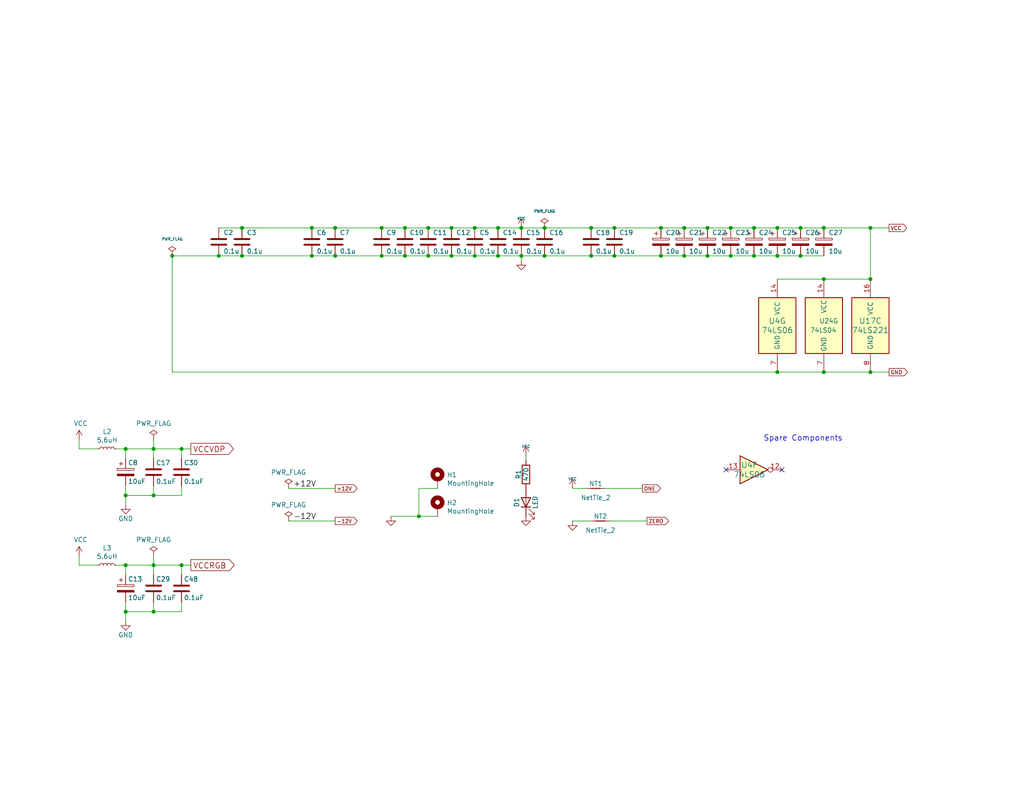
<source format=kicad_sch>
(kicad_sch (version 20211123) (generator eeschema)
  (paper "A")
  (lib_symbols
    (symbol "74xx:74LS04"
      (property "Reference" "U" (at 0 1.27 0))
      (property "Value" "74LS04" (at 0 -1.27 0))
      (symbol "74LS04_1_0"
        (polyline (pts (xy -3.81 3.81) (xy -3.81 -3.81) (xy 3.81 0) (xy -3.81 3.81)) (stroke (width 0.254)) (fill (type background)))
        (pin input line (at -7.62 0 0) (length 3.81) (name "~") (number "1"))
        (pin output inverted (at 7.62 0 180) (length 3.81) (name "~") (number "2"))
      )
      (symbol "74LS04_2_0"
        (polyline (pts (xy -3.81 3.81) (xy -3.81 -3.81) (xy 3.81 0) (xy -3.81 3.81)) (stroke (width 0.254)) (fill (type background)))
        (pin input line (at -7.62 0 0) (length 3.81) (name "~") (number "3"))
        (pin output inverted (at 7.62 0 180) (length 3.81) (name "~") (number "4"))
      )
      (symbol "74LS04_3_0"
        (polyline (pts (xy -3.81 3.81) (xy -3.81 -3.81) (xy 3.81 0) (xy -3.81 3.81)) (stroke (width 0.254)) (fill (type background)))
        (pin input line (at -7.62 0 0) (length 3.81) (name "~") (number "5"))
        (pin output inverted (at 7.62 0 180) (length 3.81) (name "~") (number "6"))
      )
      (symbol "74LS04_4_0"
        (polyline (pts (xy -3.81 3.81) (xy -3.81 -3.81) (xy 3.81 0) (xy -3.81 3.81)) (stroke (width 0.254)) (fill (type background)))
        (pin output inverted (at 7.62 0 180) (length 3.81) (name "~") (number "8"))
        (pin input line (at -7.62 0 0) (length 3.81) (name "~") (number "9"))
      )
      (symbol "74LS04_5_0"
        (polyline (pts (xy -3.81 3.81) (xy -3.81 -3.81) (xy 3.81 0) (xy -3.81 3.81)) (stroke (width 0.254)) (fill (type background)))
        (pin output inverted (at 7.62 0 180) (length 3.81) (name "~") (number "10"))
        (pin input line (at -7.62 0 0) (length 3.81) (name "~") (number "11"))
      )
      (symbol "74LS04_6_0"
        (polyline (pts (xy -3.81 3.81) (xy -3.81 -3.81) (xy 3.81 0) (xy -3.81 3.81)) (stroke (width 0.254)) (fill (type background)))
        (pin output inverted (at 7.62 0 180) (length 3.81) (name "~") (number "12"))
        (pin input line (at -7.62 0 0) (length 3.81) (name "~") (number "13"))
      )
      (symbol "74LS04_7_0"
        (pin power_in line (at 0 12.7 270) (length 5.08) (name "VCC") (number "14"))
        (pin power_in line (at 0 -12.7 90) (length 5.08) (name "GND") (number "7"))
      )
      (symbol "74LS04_7_1"
        (rectangle (start -5.08 7.62) (end 5.08 -7.62) (stroke (width 0.254)) (fill (type background)))
      )
    )
    (symbol "74xx:74LS06" (pin_names (offset 1.016))
      (property "Reference" "U" (at 0 1.27 0))
      (property "Value" "74LS06" (at 0 -1.27 0))
      (symbol "74LS06_1_0"
        (polyline (pts (xy -3.81 3.81) (xy -3.81 -3.81) (xy 3.81 0) (xy -3.81 3.81)) (stroke (width 0.254)) (fill (type background)))
        (pin input line (at -7.62 0 0) (length 3.81) (name "~") (number "1"))
        (pin open_collector inverted (at 7.62 0 180) (length 3.81) (name "~") (number "2"))
      )
      (symbol "74LS06_2_0"
        (polyline (pts (xy -3.81 3.81) (xy -3.81 -3.81) (xy 3.81 0) (xy -3.81 3.81)) (stroke (width 0.254)) (fill (type background)))
        (pin input line (at -7.62 0 0) (length 3.81) (name "~") (number "3"))
        (pin open_collector inverted (at 7.62 0 180) (length 3.81) (name "~") (number "4"))
      )
      (symbol "74LS06_3_0"
        (polyline (pts (xy -3.81 3.81) (xy -3.81 -3.81) (xy 3.81 0) (xy -3.81 3.81)) (stroke (width 0.254)) (fill (type background)))
        (pin input line (at -7.62 0 0) (length 3.81) (name "~") (number "5"))
        (pin open_collector inverted (at 7.62 0 180) (length 3.81) (name "~") (number "6"))
      )
      (symbol "74LS06_4_0"
        (polyline (pts (xy -3.81 3.81) (xy -3.81 -3.81) (xy 3.81 0) (xy -3.81 3.81)) (stroke (width 0.254)) (fill (type background)))
        (pin open_collector inverted (at 7.62 0 180) (length 3.81) (name "~") (number "8"))
        (pin input line (at -7.62 0 0) (length 3.81) (name "~") (number "9"))
      )
      (symbol "74LS06_5_0"
        (polyline (pts (xy -3.81 3.81) (xy -3.81 -3.81) (xy 3.81 0) (xy -3.81 3.81)) (stroke (width 0.254)) (fill (type background)))
        (pin open_collector inverted (at 7.62 0 180) (length 3.81) (name "~") (number "10"))
        (pin input line (at -7.62 0 0) (length 3.81) (name "~") (number "11"))
      )
      (symbol "74LS06_6_0"
        (polyline (pts (xy -3.81 3.81) (xy -3.81 -3.81) (xy 3.81 0) (xy -3.81 3.81)) (stroke (width 0.254)) (fill (type background)))
        (pin open_collector inverted (at 7.62 0 180) (length 3.81) (name "~") (number "12"))
        (pin input line (at -7.62 0 0) (length 3.81) (name "~") (number "13"))
      )
      (symbol "74LS06_7_0"
        (pin power_in line (at 0 12.7 270) (length 5.08) (name "VCC") (number "14"))
        (pin power_in line (at 0 -12.7 90) (length 5.08) (name "GND") (number "7"))
      )
      (symbol "74LS06_7_1"
        (rectangle (start -5.08 7.62) (end 5.08 -7.62) (stroke (width 0.254)) (fill (type background)))
      )
    )
    (symbol "74xx:74LS221" (pin_names (offset 1.016))
      (property "Reference" "U" (at -7.62 8.89 0))
      (property "Value" "74LS221" (at -7.62 -8.89 0))
      (symbol "74LS221_1_0"
        (pin input line (at -12.7 5.08 0) (length 5.08) (name "~{A}") (number "1"))
        (pin output line (at 12.7 5.08 180) (length 5.08) (name "Q") (number "13"))
        (pin input line (at 0 12.7 270) (length 5.08) (name "Cext") (number "14"))
        (pin input line (at 2.54 12.7 270) (length 5.08) (name "RCext") (number "15"))
        (pin input line (at -12.7 2.54 0) (length 5.08) (name "B") (number "2"))
        (pin input line (at -12.7 -2.54 0) (length 5.08) (name "~{CLR}") (number "3"))
        (pin output line (at 12.7 -5.08 180) (length 5.08) (name "~{Q}") (number "4"))
      )
      (symbol "74LS221_1_1"
        (rectangle (start -7.62 7.62) (end 7.62 -7.62) (stroke (width 0.254)) (fill (type background)))
      )
      (symbol "74LS221_2_0"
        (pin input line (at -12.7 2.54 0) (length 5.08) (name "B") (number "10"))
        (pin input line (at -12.7 -2.54 0) (length 5.08) (name "~{CLR}") (number "11"))
        (pin output line (at 12.7 -5.08 180) (length 5.08) (name "~{Q}") (number "12"))
        (pin output line (at 12.7 5.08 180) (length 5.08) (name "Q") (number "5"))
        (pin input line (at 0 12.7 270) (length 5.08) (name "Cext") (number "6"))
        (pin input line (at 2.54 12.7 270) (length 5.08) (name "RCext") (number "7"))
        (pin input line (at -12.7 5.08 0) (length 5.08) (name "~{A}") (number "9"))
      )
      (symbol "74LS221_2_1"
        (rectangle (start -7.62 7.62) (end 7.62 -7.62) (stroke (width 0.254)) (fill (type background)))
      )
      (symbol "74LS221_3_0"
        (pin power_in line (at 0 12.7 270) (length 5.08) (name "VCC") (number "16"))
        (pin power_in line (at 0 -12.7 90) (length 5.08) (name "GND") (number "8"))
      )
      (symbol "74LS221_3_1"
        (rectangle (start -5.08 7.62) (end 5.08 -7.62) (stroke (width 0.254)) (fill (type background)))
      )
    )
    (symbol "Device:C" (pin_numbers hide) (pin_names (offset 0.254))
      (property "Reference" "C" (at 0.635 2.54 0))
      (property "Value" "C" (at 0.635 -2.54 0))
      (symbol "C_0_1"
        (polyline (pts (xy -2.032 -0.762) (xy 2.032 -0.762)) (stroke (width 0.508)))
        (polyline (pts (xy -2.032 0.762) (xy 2.032 0.762)) (stroke (width 0.508)))
      )
      (symbol "C_1_1"
        (pin passive line (at 0 3.81 270) (length 2.794) (name "~") (number "1"))
        (pin passive line (at 0 -3.81 90) (length 2.794) (name "~") (number "2"))
      )
    )
    (symbol "Device:C_Polarized" (pin_numbers hide) (pin_names (offset 0.254))
      (property "Reference" "C" (at 0.635 2.54 0))
      (property "Value" "C_Polarized" (at 0.635 -2.54 0))
      (symbol "C_Polarized_0_1"
        (rectangle (start -2.286 0.508) (end 2.286 1.016))
        (polyline (pts (xy -1.778 2.286) (xy -0.762 2.286)))
        (polyline (pts (xy -1.27 2.794) (xy -1.27 1.778)))
        (rectangle (start 2.286 -0.508) (end -2.286 -1.016) (fill (type outline)))
      )
      (symbol "C_Polarized_1_1"
        (pin passive line (at 0 3.81 270) (length 2.794) (name "~") (number "1"))
        (pin passive line (at 0 -3.81 90) (length 2.794) (name "~") (number "2"))
      )
    )
    (symbol "Device:LED" (pin_numbers hide) (pin_names (offset 1.016) hide)
      (property "Reference" "D" (at 0 2.54 0))
      (property "Value" "LED" (at 0 -2.54 0))
      (symbol "LED_0_1"
        (polyline (pts (xy -1.27 -1.27) (xy -1.27 1.27)) (stroke (width 0.254)))
        (polyline (pts (xy -1.27 0) (xy 1.27 0)))
        (polyline (pts (xy 1.27 -1.27) (xy 1.27 1.27) (xy -1.27 0) (xy 1.27 -1.27)) (stroke (width 0.254)))
        (polyline (pts (xy -3.048 -0.762) (xy -4.572 -2.286) (xy -3.81 -2.286) (xy -4.572 -2.286) (xy -4.572 -1.524)))
        (polyline (pts (xy -1.778 -0.762) (xy -3.302 -2.286) (xy -2.54 -2.286) (xy -3.302 -2.286) (xy -3.302 -1.524)))
      )
      (symbol "LED_1_1"
        (pin passive line (at -3.81 0 0) (length 2.54) (name "K") (number "1"))
        (pin passive line (at 3.81 0 180) (length 2.54) (name "A") (number "2"))
      )
    )
    (symbol "Device:L_Small" (pin_numbers hide) (pin_names (offset 0.254) hide)
      (property "Reference" "L" (at 0.762 1.016 0))
      (property "Value" "L_Small" (at 0.762 -1.016 0))
      (symbol "L_Small_0_1"
        (arc (start 0 -2.032) (mid 0.508 -1.524) (end 0 -1.016))
        (arc (start 0 -1.016) (mid 0.508 -0.508) (end 0 0))
        (arc (start 0 0) (mid 0.508 0.508) (end 0 1.016))
        (arc (start 0 1.016) (mid 0.508 1.524) (end 0 2.032))
      )
      (symbol "L_Small_1_1"
        (pin passive line (at 0 2.54 270) (length 0.508) (name "~") (number "1"))
        (pin passive line (at 0 -2.54 90) (length 0.508) (name "~") (number "2"))
      )
    )
    (symbol "Device:NetTie_2" (pin_numbers hide) (pin_names (offset 0) hide) (in_bom no)
      (property "Reference" "NT" (at 0 1.27 0))
      (property "Value" "NetTie_2" (at 0 -1.27 0))
      (symbol "NetTie_2_0_1"
        (polyline (pts (xy -1.27 0) (xy 1.27 0)) (stroke (width 0.254)))
      )
      (symbol "NetTie_2_1_1"
        (pin passive line (at -2.54 0 0) (length 2.54) (name "1") (number "1"))
        (pin passive line (at 2.54 0 180) (length 2.54) (name "2") (number "2"))
      )
    )
    (symbol "Device:R" (pin_numbers hide) (pin_names (offset 0))
      (property "Reference" "R" (at 2.032 0 90))
      (property "Value" "R" (at 0 0 90))
      (symbol "R_0_1"
        (rectangle (start -1.016 -2.54) (end 1.016 2.54) (stroke (width 0.254)))
      )
      (symbol "R_1_1"
        (pin passive line (at 0 3.81 270) (length 1.27) (name "~") (number "1"))
        (pin passive line (at 0 -3.81 90) (length 1.27) (name "~") (number "2"))
      )
    )
    (symbol "Mechanical:MountingHole_Pad" (pin_numbers hide) (pin_names (offset 1.016) hide)
      (property "Reference" "H" (at 0 6.35 0))
      (property "Value" "MountingHole_Pad" (at 0 4.445 0))
      (symbol "MountingHole_Pad_0_1"
        (circle (center 0 1.27) (radius 1.27) (stroke (width 1.27)))
      )
      (symbol "MountingHole_Pad_1_1"
        (pin input line (at 0 -2.54 90) (length 2.54) (name "1") (number "1"))
      )
    )
    (symbol "power:GND" (power) (pin_names (offset 0))
      (property "Value" "GND" (at 0 -3.81 0))
      (symbol "GND_0_1"
        (polyline (pts (xy 0 0) (xy 0 -1.27) (xy 1.27 -1.27) (xy 0 -2.54) (xy -1.27 -1.27) (xy 0 -1.27)))
      )
      (symbol "GND_1_1"
        (pin power_in line (at 0 0 270) (length 0) hide (name "GND") (number "1"))
      )
    )
    (symbol "power:PWR_FLAG" (power) (pin_numbers hide) (pin_names (offset 0) hide)
      (property "Value" "PWR_FLAG" (at 0 3.81 0))
      (symbol "PWR_FLAG_0_0"
        (pin power_out line (at 0 0 90) (length 0) (name "pwr") (number "1"))
      )
      (symbol "PWR_FLAG_0_1"
        (polyline (pts (xy 0 0) (xy 0 1.27) (xy -1.016 1.905) (xy 0 2.54) (xy 1.016 1.905) (xy 0 1.27)))
      )
    )
    (symbol "power:VCC" (power) (pin_names (offset 0))
      (property "Value" "VCC" (at 0 3.81 0))
      (symbol "VCC_0_1"
        (polyline (pts (xy -0.762 1.27) (xy 0 2.54)))
        (polyline (pts (xy 0 0) (xy 0 2.54)))
        (polyline (pts (xy 0 2.54) (xy 0.762 1.27)))
      )
      (symbol "VCC_1_1"
        (pin power_in line (at 0 0 90) (length 0) hide (name "VCC") (number "1"))
      )
    )
  )
  (junction (at 212.09 62.23))
  (junction (at 34.29 154.305))
  (junction (at 180.34 69.85))
  (junction (at 49.53 154.305))
  (junction (at 218.44 69.85))
  (junction (at 66.04 62.23))
  (junction (at 41.91 135.255))
  (junction (at 167.64 62.23))
  (junction (at 224.79 62.23))
  (junction (at 116.84 62.23))
  (junction (at 142.24 62.23))
  (junction (at 91.44 62.23))
  (junction (at 142.24 69.85))
  (junction (at 224.79 101.6))
  (junction (at 212.09 101.6))
  (junction (at 161.29 62.23))
  (junction (at 224.79 76.2))
  (junction (at 186.69 62.23))
  (junction (at 91.44 69.85))
  (junction (at 135.89 62.23))
  (junction (at 148.59 62.23))
  (junction (at 148.59 69.85))
  (junction (at 199.39 69.85))
  (junction (at 135.89 69.85))
  (junction (at 180.34 62.23))
  (junction (at 104.14 62.23))
  (junction (at 66.04 69.85))
  (junction (at 199.39 62.23))
  (junction (at 116.84 69.85))
  (junction (at 114.3 140.97))
  (junction (at 34.29 167.005))
  (junction (at 46.99 69.85))
  (junction (at 110.49 62.23))
  (junction (at 41.91 154.305))
  (junction (at 123.19 62.23))
  (junction (at 205.74 69.85))
  (junction (at 129.54 62.23))
  (junction (at 110.49 69.85))
  (junction (at 104.14 69.85))
  (junction (at 218.44 62.23))
  (junction (at 237.49 62.23))
  (junction (at 205.74 62.23))
  (junction (at 186.69 69.85))
  (junction (at 85.09 62.23))
  (junction (at 237.49 101.6))
  (junction (at 237.49 76.2))
  (junction (at 167.64 69.85))
  (junction (at 41.91 167.005))
  (junction (at 123.19 69.85))
  (junction (at 34.29 135.255))
  (junction (at 41.91 122.555))
  (junction (at 193.04 62.23))
  (junction (at 212.09 69.85))
  (junction (at 34.29 122.555))
  (junction (at 129.54 69.85))
  (junction (at 85.09 69.85))
  (junction (at 193.04 69.85))
  (junction (at 161.29 69.85))
  (junction (at 59.69 69.85))
  (junction (at 49.53 122.555))
  (no_connect (at 213.36 128.27))
  (no_connect (at 198.12 128.27))
  (wire (pts (xy 41.91 122.555) (xy 49.53 122.555)))
  (wire (pts (xy 49.53 156.845) (xy 49.53 154.305)))
  (wire (pts (xy 49.53 135.255) (xy 49.53 132.715)))
  (wire (pts (xy 161.29 69.85) (xy 167.64 69.85)))
  (wire (pts (xy 142.24 69.85) (xy 148.59 69.85)))
  (wire (pts (xy 156.21 133.35) (xy 160.02 133.35)))
  (wire (pts (xy 224.79 101.6) (xy 237.49 101.6)))
  (wire (pts (xy 49.53 125.095) (xy 49.53 122.555)))
  (wire (pts (xy 205.74 69.85) (xy 212.09 69.85)))
  (wire (pts (xy 49.53 167.005) (xy 41.91 167.005)))
  (wire (pts (xy 119.38 140.97) (xy 114.3 140.97)))
  (wire (pts (xy 31.75 122.555) (xy 34.29 122.555)))
  (wire (pts (xy 212.09 101.6) (xy 224.79 101.6)))
  (wire (pts (xy 78.74 133.35) (xy 91.44 133.35)))
  (wire (pts (xy 91.44 62.23) (xy 104.14 62.23)))
  (wire (pts (xy 224.79 76.2) (xy 237.49 76.2)))
  (wire (pts (xy 156.21 142.24) (xy 161.29 142.24)))
  (wire (pts (xy 193.04 69.85) (xy 199.39 69.85)))
  (wire (pts (xy 161.29 62.23) (xy 167.64 62.23)))
  (wire (pts (xy 34.29 135.255) (xy 34.29 137.795)))
  (wire (pts (xy 180.34 62.23) (xy 186.69 62.23)))
  (wire (pts (xy 186.69 69.85) (xy 193.04 69.85)))
  (wire (pts (xy 49.53 164.465) (xy 49.53 167.005)))
  (wire (pts (xy 199.39 62.23) (xy 205.74 62.23)))
  (wire (pts (xy 34.29 122.555) (xy 34.29 125.095)))
  (wire (pts (xy 135.89 69.85) (xy 142.24 69.85)))
  (wire (pts (xy 49.53 154.305) (xy 52.07 154.305)))
  (wire (pts (xy 148.59 62.23) (xy 161.29 62.23)))
  (wire (pts (xy 91.44 69.85) (xy 104.14 69.85)))
  (wire (pts (xy 34.29 167.005) (xy 34.29 169.545)))
  (wire (pts (xy 46.99 69.85) (xy 59.69 69.85)))
  (wire (pts (xy 41.91 135.255) (xy 41.91 132.715)))
  (wire (pts (xy 167.64 62.23) (xy 180.34 62.23)))
  (wire (pts (xy 34.29 154.305) (xy 41.91 154.305)))
  (wire (pts (xy 142.24 62.23) (xy 148.59 62.23)))
  (wire (pts (xy 237.49 101.6) (xy 242.57 101.6)))
  (wire (pts (xy 41.91 122.555) (xy 41.91 125.095)))
  (wire (pts (xy 123.19 62.23) (xy 129.54 62.23)))
  (wire (pts (xy 21.59 154.305) (xy 21.59 151.765)))
  (wire (pts (xy 41.91 154.305) (xy 41.91 151.765)))
  (wire (pts (xy 26.67 122.555) (xy 21.59 122.555)))
  (wire (pts (xy 110.49 62.23) (xy 116.84 62.23)))
  (wire (pts (xy 78.74 142.24) (xy 91.44 142.24)))
  (wire (pts (xy 199.39 69.85) (xy 205.74 69.85)))
  (wire (pts (xy 129.54 69.85) (xy 135.89 69.85)))
  (wire (pts (xy 212.09 76.2) (xy 224.79 76.2)))
  (wire (pts (xy 218.44 62.23) (xy 224.79 62.23)))
  (wire (pts (xy 237.49 76.2) (xy 237.49 62.23)))
  (wire (pts (xy 31.75 154.305) (xy 34.29 154.305)))
  (wire (pts (xy 34.29 135.255) (xy 41.91 135.255)))
  (wire (pts (xy 66.04 62.23) (xy 59.69 62.23)))
  (wire (pts (xy 212.09 69.85) (xy 218.44 69.85)))
  (wire (pts (xy 41.91 154.305) (xy 41.91 156.845)))
  (wire (pts (xy 41.91 135.255) (xy 49.53 135.255)))
  (wire (pts (xy 66.04 69.85) (xy 85.09 69.85)))
  (wire (pts (xy 34.29 164.465) (xy 34.29 167.005)))
  (wire (pts (xy 34.29 132.715) (xy 34.29 135.255)))
  (wire (pts (xy 49.53 122.555) (xy 52.07 122.555)))
  (wire (pts (xy 41.91 167.005) (xy 41.91 164.465)))
  (wire (pts (xy 218.44 69.85) (xy 224.79 69.85)))
  (wire (pts (xy 193.04 62.23) (xy 199.39 62.23)))
  (wire (pts (xy 46.99 101.6) (xy 212.09 101.6)))
  (wire (pts (xy 116.84 69.85) (xy 123.19 69.85)))
  (wire (pts (xy 237.49 62.23) (xy 242.57 62.23)))
  (wire (pts (xy 165.1 133.35) (xy 175.26 133.35)))
  (wire (pts (xy 91.44 62.23) (xy 85.09 62.23)))
  (wire (pts (xy 119.38 133.35) (xy 114.3 133.35)))
  (wire (pts (xy 142.24 69.85) (xy 142.24 71.12)))
  (wire (pts (xy 66.04 62.23) (xy 85.09 62.23)))
  (wire (pts (xy 41.91 122.555) (xy 41.91 120.015)))
  (wire (pts (xy 41.91 154.305) (xy 49.53 154.305)))
  (wire (pts (xy 21.59 122.555) (xy 21.59 120.015)))
  (wire (pts (xy 46.99 69.85) (xy 46.99 101.6)))
  (wire (pts (xy 123.19 69.85) (xy 129.54 69.85)))
  (wire (pts (xy 34.29 167.005) (xy 41.91 167.005)))
  (wire (pts (xy 34.29 122.555) (xy 41.91 122.555)))
  (wire (pts (xy 143.51 125.73) (xy 143.51 124.46)))
  (wire (pts (xy 186.69 62.23) (xy 193.04 62.23)))
  (wire (pts (xy 167.64 69.85) (xy 180.34 69.85)))
  (wire (pts (xy 104.14 69.85) (xy 110.49 69.85)))
  (wire (pts (xy 34.29 154.305) (xy 34.29 156.845)))
  (wire (pts (xy 212.09 62.23) (xy 218.44 62.23)))
  (wire (pts (xy 129.54 62.23) (xy 135.89 62.23)))
  (wire (pts (xy 110.49 62.23) (xy 104.14 62.23)))
  (wire (pts (xy 166.37 142.24) (xy 176.53 142.24)))
  (wire (pts (xy 205.74 62.23) (xy 212.09 62.23)))
  (wire (pts (xy 116.84 62.23) (xy 123.19 62.23)))
  (wire (pts (xy 114.3 133.35) (xy 114.3 140.97)))
  (wire (pts (xy 110.49 69.85) (xy 116.84 69.85)))
  (wire (pts (xy 180.34 69.85) (xy 186.69 69.85)))
  (wire (pts (xy 135.89 62.23) (xy 142.24 62.23)))
  (wire (pts (xy 59.69 69.85) (xy 66.04 69.85)))
  (wire (pts (xy 26.67 154.305) (xy 21.59 154.305)))
  (wire (pts (xy 85.09 69.85) (xy 91.44 69.85)))
  (wire (pts (xy 224.79 62.23) (xy 237.49 62.23)))
  (wire (pts (xy 148.59 69.85) (xy 161.29 69.85)))
  (wire (pts (xy 114.3 140.97) (xy 106.68 140.97)))
  (text "Spare Components" (at 208.28 120.65 0) (effects (font (size 1.524 1.524)) (justify left bottom)))
  (label "-12V" (at 80.01 142.24 0) (effects (font (size 1.524 1.524))))
  (label "+12V" (at 80.01 133.35 0) (effects (font (size 1.524 1.524))))
  (global_label "VCCRGB" (shape output) (at 52.07 154.305 0) (effects (font (size 1.524 1.524))) (property "Intersheet References" "${INTERSHEET_REFS}" (effects hide)))
  (global_label "ZERO" (shape output) (at 176.53 142.24 0) (effects (font (size 1.016 1.016))) (property "Intersheet References" "${INTERSHEET_REFS}" (effects hide)))
  (global_label "VCCVDP" (shape output) (at 52.07 122.555 0) (effects (font (size 1.524 1.524))) (property "Intersheet References" "${INTERSHEET_REFS}" (effects hide)))
  (global_label "VCC" (shape output) (at 242.57 62.23 0) (effects (font (size 1.016 1.016))) (property "Intersheet References" "${INTERSHEET_REFS}" (effects hide)))
  (global_label "+12V" (shape output) (at 91.44 133.35 0) (effects (font (size 1.016 1.016))) (property "Intersheet References" "${INTERSHEET_REFS}" (effects hide)))
  (global_label "GND" (shape output) (at 242.57 101.6 0) (effects (font (size 1.016 1.016))) (property "Intersheet References" "${INTERSHEET_REFS}" (effects hide)))
  (global_label "-12V" (shape output) (at 91.44 142.24 0) (effects (font (size 1.016 1.016))) (property "Intersheet References" "${INTERSHEET_REFS}" (effects hide)))
  (global_label "ONE" (shape output) (at 175.26 133.35 0) (effects (font (size 1.016 1.016))) (property "Intersheet References" "${INTERSHEET_REFS}" (effects hide)))
  (symbol (lib_id "Device:C_Polarized") (at 224.79 66.04 0) (unit 1)
    (property "Reference" "C27" (at 226.06 63.5 0) (effects (justify left)))
    (property "Value" "10u" (at 226.06 68.58 0) (effects (justify left)))
    (property "Footprint" "Capacitor_THT:CP_Radial_D5.0mm_P2.50mm" (effects hide))
  )
  (symbol (lib_id "power:GND") (at 142.24 71.12 0) (unit 1)
    (property "Reference" "#PWR05" (effects hide))
    (property "Value" "GND" (effects hide))
  )
  (symbol (lib_id "power:VCC") (at 142.24 62.23 0) (unit 1)
    (property "Reference" "#PWR04" (effects hide))
    (property "Value" "VCC" (at 142.24 59.69 0) (effects (font (size 0.762 0.762))))
  )
  (symbol (lib_id "Device:C") (at 104.14 66.04 0) (unit 1)
    (property "Reference" "C9" (at 105.41 63.5 0) (effects (justify left)))
    (property "Value" "0.1u" (at 105.41 68.58 0) (effects (justify left)))
    (property "Footprint" "Capacitor_THT:C_Disc_D5.0mm_W2.5mm_P5.00mm" (effects hide))
  )
  (symbol (lib_id "Device:C") (at 110.49 66.04 0) (unit 1)
    (property "Reference" "C10" (at 111.76 63.5 0) (effects (justify left)))
    (property "Value" "0.1u" (at 111.76 68.58 0) (effects (justify left)))
    (property "Footprint" "Capacitor_THT:C_Disc_D5.0mm_W2.5mm_P5.00mm" (effects hide))
  )
  (symbol (lib_id "Device:C_Polarized") (at 205.74 66.04 0) (unit 1)
    (property "Reference" "C24" (at 207.01 63.5 0) (effects (justify left)))
    (property "Value" "10u" (at 207.01 68.58 0) (effects (justify left)))
    (property "Footprint" "Capacitor_THT:CP_Radial_D5.0mm_P2.50mm" (effects hide))
  )
  (symbol (lib_id "Device:C_Polarized") (at 212.09 66.04 0) (unit 1)
    (property "Reference" "C25" (at 213.36 63.5 0) (effects (justify left)))
    (property "Value" "10u" (at 213.36 68.58 0) (effects (justify left)))
    (property "Footprint" "Capacitor_THT:CP_Radial_D5.0mm_P2.50mm" (effects hide))
  )
  (symbol (lib_id "Device:C") (at 66.04 66.04 0) (unit 1)
    (property "Reference" "C3" (at 67.31 63.5 0) (effects (justify left)))
    (property "Value" "0.1u" (at 67.31 68.58 0) (effects (justify left)))
    (property "Footprint" "Capacitor_THT:C_Disc_D5.0mm_W2.5mm_P5.00mm" (effects hide))
  )
  (symbol (lib_id "power:GND") (at 143.51 140.97 0) (unit 1)
    (property "Reference" "#PWR03" (effects hide))
    (property "Value" "GND" (effects hide))
  )
  (symbol (lib_id "Device:C") (at 91.44 66.04 0) (unit 1)
    (property "Reference" "C7" (at 92.71 63.5 0) (effects (justify left)))
    (property "Value" "0.1u" (at 92.71 68.58 0) (effects (justify left)))
    (property "Footprint" "Capacitor_THT:C_Disc_D5.0mm_W2.5mm_P5.00mm" (effects hide))
  )
  (symbol (lib_id "Device:C_Polarized") (at 218.44 66.04 0) (unit 1)
    (property "Reference" "C26" (at 219.71 63.5 0) (effects (justify left)))
    (property "Value" "10u" (at 219.71 68.58 0) (effects (justify left)))
    (property "Footprint" "Capacitor_THT:CP_Radial_D5.0mm_P2.50mm" (effects hide))
  )
  (symbol (lib_id "Device:C") (at 116.84 66.04 0) (unit 1)
    (property "Reference" "C11" (at 118.11 63.5 0) (effects (justify left)))
    (property "Value" "0.1u" (at 118.11 68.58 0) (effects (justify left)))
    (property "Footprint" "Capacitor_THT:C_Disc_D5.0mm_W2.5mm_P5.00mm" (effects hide))
  )
  (symbol (lib_id "Device:C") (at 123.19 66.04 0) (unit 1)
    (property "Reference" "C12" (at 124.46 63.5 0) (effects (justify left)))
    (property "Value" "0.1u" (at 124.46 68.58 0) (effects (justify left)))
    (property "Footprint" "Capacitor_THT:C_Disc_D5.0mm_W2.5mm_P5.00mm" (effects hide))
  )
  (symbol (lib_id "power:GND") (at 156.21 142.24 0) (unit 1)
    (property "Reference" "#PWR07" (effects hide))
    (property "Value" "GND" (effects hide))
  )
  (symbol (lib_id "power:GND") (at 106.68 140.97 0) (unit 1)
    (property "Reference" "#PWR01" (effects hide))
    (property "Value" "GND" (effects hide))
  )
  (symbol (lib_id "Mechanical:MountingHole_Pad") (at 119.38 138.43 0) (unit 1)
    (property "Reference" "H2" (at 121.92 137.2616 0) (effects (justify left)))
    (property "Value" "MountingHole" (at 121.92 139.573 0) (effects (justify left)))
    (property "Footprint" "MountingHole:MountingHole_3.2mm_M3_Pad" (effects hide))
  )
  (symbol (lib_id "Device:C") (at 135.89 66.04 0) (unit 1)
    (property "Reference" "C14" (at 137.16 63.5 0) (effects (justify left)))
    (property "Value" "0.1u" (at 137.16 68.58 0) (effects (justify left)))
    (property "Footprint" "Capacitor_THT:C_Disc_D5.0mm_W2.5mm_P5.00mm" (effects hide))
  )
  (symbol (lib_id "Device:C") (at 142.24 66.04 0) (unit 1)
    (property "Reference" "C15" (at 143.51 63.5 0) (effects (justify left)))
    (property "Value" "0.1u" (at 143.51 68.58 0) (effects (justify left)))
    (property "Footprint" "Capacitor_THT:C_Disc_D5.0mm_W2.5mm_P5.00mm" (effects hide))
  )
  (symbol (lib_id "Mechanical:MountingHole_Pad") (at 119.38 130.81 0) (unit 1)
    (property "Reference" "H1" (at 121.92 129.6416 0) (effects (justify left)))
    (property "Value" "MountingHole" (at 121.92 131.953 0) (effects (justify left)))
    (property "Footprint" "MountingHole:MountingHole_3.2mm_M3_Pad" (effects hide))
  )
  (symbol (lib_id "power:PWR_FLAG") (at 78.74 133.35 0) (unit 1)
    (property "Reference" "#FLG02" (effects hide))
    (property "Value" "PWR_FLAG" (at 78.74 128.9558 0))
  )
  (symbol (lib_id "power:PWR_FLAG") (at 78.74 142.24 0) (unit 1)
    (property "Reference" "#FLG03" (effects hide))
    (property "Value" "PWR_FLAG" (at 78.74 137.8458 0))
  )
  (symbol (lib_id "power:PWR_FLAG") (at 148.59 62.23 0) (unit 1)
    (property "Reference" "#FLG04" (effects hide))
    (property "Value" "PWR_FLAG" (at 148.59 57.658 0) (effects (font (size 0.762 0.762))))
  )
  (symbol (lib_id "Device:C_Polarized") (at 180.34 66.04 0) (unit 1)
    (property "Reference" "C20" (at 181.61 63.5 0) (effects (justify left)))
    (property "Value" "10u" (at 181.61 68.58 0) (effects (justify left)))
    (property "Footprint" "Capacitor_THT:CP_Radial_D5.0mm_P2.50mm" (effects hide))
  )
  (symbol (lib_id "Device:C_Polarized") (at 186.69 66.04 0) (unit 1)
    (property "Reference" "C21" (at 187.96 63.5 0) (effects (justify left)))
    (property "Value" "10u" (at 187.96 68.58 0) (effects (justify left)))
    (property "Footprint" "Capacitor_THT:CP_Radial_D5.0mm_P2.50mm" (effects hide))
  )
  (symbol (lib_id "Device:LED") (at 143.51 137.16 90) (unit 1)
    (property "Reference" "D1" (at 140.97 137.16 0))
    (property "Value" "LED" (at 146.05 137.16 0))
    (property "Footprint" "LED_THT:LED_D3.0mm_Horizontal_O3.81mm_Z2.0mm" (effects hide))
  )
  (symbol (lib_id "Device:R") (at 143.51 129.54 180) (unit 1)
    (property "Reference" "R1" (at 141.478 129.54 90))
    (property "Value" "470" (at 143.51 129.54 90))
    (property "Footprint" "Resistor_THT:R_Axial_DIN0207_L6.3mm_D2.5mm_P7.62mm_Horizontal" (effects hide))
  )
  (symbol (lib_id "Device:C") (at 59.69 66.04 0) (unit 1)
    (property "Reference" "C2" (at 60.96 63.5 0) (effects (justify left)))
    (property "Value" "0.1u" (at 60.96 68.58 0) (effects (justify left)))
    (property "Footprint" "Capacitor_THT:C_Disc_D5.0mm_W2.5mm_P5.00mm" (effects hide))
  )
  (symbol (lib_id "power:VCC") (at 143.51 124.46 0) (unit 1)
    (property "Reference" "#PWR02" (effects hide))
    (property "Value" "VCC" (at 143.51 121.92 0) (effects (font (size 0.762 0.762))))
  )
  (symbol (lib_id "Device:C") (at 85.09 66.04 0) (unit 1)
    (property "Reference" "C6" (at 86.36 63.5 0) (effects (justify left)))
    (property "Value" "0.1u" (at 86.36 68.58 0) (effects (justify left)))
    (property "Footprint" "Capacitor_THT:C_Disc_D5.0mm_W2.5mm_P5.00mm" (effects hide))
  )
  (symbol (lib_id "power:PWR_FLAG") (at 46.99 69.85 0) (unit 1)
    (property "Reference" "#FLG01" (effects hide))
    (property "Value" "PWR_FLAG" (at 46.99 65.278 0) (effects (font (size 0.762 0.762))))
  )
  (symbol (lib_id "Device:C") (at 167.64 66.04 0) (unit 1)
    (property "Reference" "C19" (at 168.91 63.5 0) (effects (justify left)))
    (property "Value" "0.1u" (at 168.91 68.58 0) (effects (justify left)))
    (property "Footprint" "Capacitor_THT:C_Disc_D5.0mm_W2.5mm_P5.00mm" (effects hide))
  )
  (symbol (lib_id "Device:C") (at 161.29 66.04 0) (unit 1)
    (property "Reference" "C18" (at 162.56 63.5 0) (effects (justify left)))
    (property "Value" "0.1u" (at 162.56 68.58 0) (effects (justify left)))
    (property "Footprint" "Capacitor_THT:C_Disc_D5.0mm_W2.5mm_P5.00mm" (effects hide))
  )
  (symbol (lib_id "Device:C_Polarized") (at 193.04 66.04 0) (unit 1)
    (property "Reference" "C22" (at 194.31 63.5 0) (effects (justify left)))
    (property "Value" "10u" (at 194.31 68.58 0) (effects (justify left)))
    (property "Footprint" "Capacitor_THT:CP_Radial_D5.0mm_P2.50mm" (effects hide))
  )
  (symbol (lib_id "Device:C_Polarized") (at 199.39 66.04 0) (unit 1)
    (property "Reference" "C23" (at 200.66 63.5 0) (effects (justify left)))
    (property "Value" "10u" (at 200.66 68.58 0) (effects (justify left)))
    (property "Footprint" "Capacitor_THT:CP_Radial_D5.0mm_P2.50mm" (effects hide))
  )
  (symbol (lib_id "Device:C") (at 148.59 66.04 0) (unit 1)
    (property "Reference" "C16" (at 149.86 63.5 0) (effects (justify left)))
    (property "Value" "0.1u" (at 149.86 68.58 0) (effects (justify left)))
    (property "Footprint" "Capacitor_THT:C_Disc_D5.0mm_W2.5mm_P5.00mm" (effects hide))
  )
  (symbol (lib_id "power:VCC") (at 21.59 151.765 0) (unit 1)
    (property "Reference" "#PWR035" (effects hide))
    (property "Value" "VCC" (at 22.0218 147.3708 0))
  )
  (symbol (lib_id "Device:C_Polarized") (at 34.29 128.905 0) (unit 1)
    (property "Reference" "C8" (at 34.925 126.365 0) (effects (justify left)))
    (property "Value" "10uF" (at 34.925 131.445 0) (effects (justify left)))
    (property "Footprint" "Capacitor_THT:CP_Radial_D5.0mm_P2.50mm" (effects hide))
  )
  (symbol (lib_id "power:VCC") (at 156.21 133.35 0) (unit 1)
    (property "Reference" "#PWR06" (effects hide))
    (property "Value" "VCC" (at 156.21 130.81 0) (effects (font (size 0.762 0.762))))
  )
  (symbol (lib_id "Device:C_Polarized") (at 34.29 160.655 0) (unit 1)
    (property "Reference" "C13" (at 34.925 158.115 0) (effects (justify left)))
    (property "Value" "10uF" (at 34.925 163.195 0) (effects (justify left)))
    (property "Footprint" "Capacitor_THT:CP_Radial_D5.0mm_P2.50mm" (effects hide))
  )
  (symbol (lib_id "power:GND") (at 34.29 137.795 0) (unit 1)
    (property "Reference" "#PWR036" (effects hide))
    (property "Value" "GND" (at 34.29 141.605 0))
  )
  (symbol (lib_id "74xx:74LS06") (at 205.74 128.27 0) (unit 6)
    (property "Reference" "U4" (at 204.47 127 0) (effects (font (size 1.524 1.524))))
    (property "Value" "74LS06" (at 204.47 129.54 0) (effects (font (size 1.524 1.524))))
    (property "Footprint" "Package_DIP:DIP-14_W7.62mm" (effects hide))
    (property "Datasheet" "http://www.ti.com/lit/gpn/sn74LS06" (effects hide))
  )
  (symbol (lib_id "power:GND") (at 34.29 169.545 0) (unit 1)
    (property "Reference" "#PWR074" (effects hide))
    (property "Value" "GND" (at 34.29 173.355 0))
  )
  (symbol (lib_id "Device:L_Small") (at 29.21 122.555 90) (unit 1)
    (property "Reference" "L2" (at 29.21 117.856 90))
    (property "Value" "5.6uH" (at 29.21 120.1674 90))
    (property "Footprint" "Inductor_THT:L_Axial_L5.3mm_D2.2mm_P7.62mm_Horizontal_Vishay_IM-1" (effects hide))
  )
  (symbol (lib_id "Device:C") (at 49.53 160.655 0) (unit 1)
    (property "Reference" "C48" (at 50.165 158.115 0) (effects (justify left)))
    (property "Value" "0.1uF" (at 50.165 163.195 0) (effects (justify left)))
    (property "Footprint" "Capacitor_THT:C_Disc_D5.0mm_W2.5mm_P5.00mm" (effects hide))
  )
  (symbol (lib_id "Device:NetTie_2") (at 163.83 142.24 0) (unit 1) (in_bom no)
    (property "Reference" "NT2" (at 163.83 140.97 0))
    (property "Value" "NetTie_2" (at 163.83 144.78 0))
    (property "Footprint" "NetTie:NetTie-2_THT_Pad0.3mm" (effects hide))
  )
  (symbol (lib_id "Device:C") (at 41.91 128.905 0) (unit 1)
    (property "Reference" "C17" (at 42.545 126.365 0) (effects (justify left)))
    (property "Value" "0.1uF" (at 42.545 131.445 0) (effects (justify left)))
    (property "Footprint" "Capacitor_THT:C_Disc_D5.0mm_W2.5mm_P5.00mm" (effects hide))
  )
  (symbol (lib_id "74xx:74LS04") (at 224.79 88.9 0) (unit 7)
    (property "Reference" "U24" (at 223.52 87.63 0) (effects (justify left)))
    (property "Value" "74LS04" (at 220.98 90.17 0) (effects (justify left)))
    (property "Footprint" "Package_DIP:DIP-14_W7.62mm" (effects hide))
    (property "Datasheet" "http://www.ti.com/lit/gpn/sn74LS04" (effects hide))
  )
  (symbol (lib_id "Device:L_Small") (at 29.21 154.305 90) (unit 1)
    (property "Reference" "L3" (at 29.21 149.606 90))
    (property "Value" "5.6uH" (at 29.21 151.9174 90))
    (property "Footprint" "Inductor_THT:L_Axial_L5.3mm_D2.2mm_P7.62mm_Horizontal_Vishay_IM-1" (effects hide))
  )
  (symbol (lib_id "power:PWR_FLAG") (at 41.91 120.015 0) (unit 1)
    (property "Reference" "#FLG06" (effects hide))
    (property "Value" "PWR_FLAG" (at 41.91 115.6208 0))
  )
  (symbol (lib_id "Device:NetTie_2") (at 162.56 133.35 0) (unit 1) (in_bom no)
    (property "Reference" "NT1" (at 162.56 132.08 0))
    (property "Value" "NetTie_2" (at 162.56 135.89 0))
    (property "Footprint" "NetTie:NetTie-2_THT_Pad0.3mm" (effects hide))
  )
  (symbol (lib_id "power:VCC") (at 21.59 120.015 0) (unit 1)
    (property "Reference" "#PWR025" (effects hide))
    (property "Value" "VCC" (at 22.0218 115.6208 0))
  )
  (symbol (lib_id "74xx:74LS06") (at 212.09 88.9 0) (unit 7)
    (property "Reference" "U4" (at 212.09 87.63 0) (effects (font (size 1.524 1.524))))
    (property "Value" "74LS06" (at 212.09 90.17 0) (effects (font (size 1.524 1.524))))
    (property "Footprint" "Package_DIP:DIP-14_W7.62mm" (effects hide))
    (property "Datasheet" "http://www.ti.com/lit/gpn/sn74LS06" (effects hide))
  )
  (symbol (lib_id "Device:C") (at 49.53 128.905 0) (unit 1)
    (property "Reference" "C30" (at 50.165 126.365 0) (effects (justify left)))
    (property "Value" "0.1uF" (at 50.165 131.445 0) (effects (justify left)))
    (property "Footprint" "Capacitor_THT:C_Disc_D5.0mm_W2.5mm_P5.00mm" (effects hide))
  )
  (symbol (lib_id "power:PWR_FLAG") (at 41.91 151.765 0) (unit 1)
    (property "Reference" "#FLG07" (effects hide))
    (property "Value" "PWR_FLAG" (at 41.91 147.3708 0))
  )
  (symbol (lib_id "Device:C") (at 129.54 66.04 0) (unit 1)
    (property "Reference" "C5" (at 130.81 63.5 0) (effects (justify left)))
    (property "Value" "0.1u" (at 130.81 68.58 0) (effects (justify left)))
    (property "Footprint" "Capacitor_THT:C_Disc_D5.0mm_W2.5mm_P5.00mm" (effects hide))
  )
  (symbol (lib_id "Device:C") (at 41.91 160.655 0) (unit 1)
    (property "Reference" "C29" (at 42.545 158.115 0) (effects (justify left)))
    (property "Value" "0.1uF" (at 42.545 163.195 0) (effects (justify left)))
    (property "Footprint" "Capacitor_THT:C_Disc_D5.0mm_W2.5mm_P5.00mm" (effects hide))
  )
  (symbol (lib_id "74xx:74LS221") (at 237.49 88.9 0) (unit 3)
    (property "Reference" "U17" (at 237.49 87.63 0) (effects (font (size 1.524 1.524))))
    (property "Value" "74LS221" (at 237.49 90.17 0) (effects (font (size 1.524 1.524))))
    (property "Footprint" "Package_DIP:DIP-16_W7.62mm" (effects hide))
    (property "Datasheet" "http://www.ti.com/lit/gpn/sn74LS221" (effects hide))
  )
)
</source>
